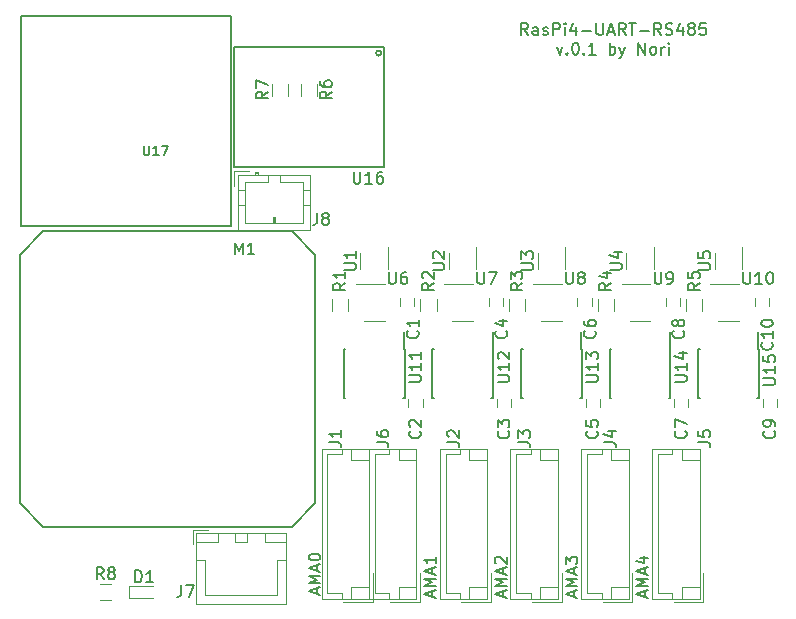
<source format=gto>
G04 #@! TF.GenerationSoftware,KiCad,Pcbnew,(5.1.8)-1*
G04 #@! TF.CreationDate,2020-12-29T14:13:16+09:00*
G04 #@! TF.ProjectId,RasPi4-UART-RS485,52617350-6934-42d5-9541-52542d525334,rev?*
G04 #@! TF.SameCoordinates,Original*
G04 #@! TF.FileFunction,Legend,Top*
G04 #@! TF.FilePolarity,Positive*
%FSLAX46Y46*%
G04 Gerber Fmt 4.6, Leading zero omitted, Abs format (unit mm)*
G04 Created by KiCad (PCBNEW (5.1.8)-1) date 2020-12-29 14:13:16*
%MOMM*%
%LPD*%
G01*
G04 APERTURE LIST*
%ADD10C,0.150000*%
%ADD11C,0.120000*%
G04 APERTURE END LIST*
D10*
X243011904Y-101877380D02*
X242678571Y-101401190D01*
X242440476Y-101877380D02*
X242440476Y-100877380D01*
X242821428Y-100877380D01*
X242916666Y-100925000D01*
X242964285Y-100972619D01*
X243011904Y-101067857D01*
X243011904Y-101210714D01*
X242964285Y-101305952D01*
X242916666Y-101353571D01*
X242821428Y-101401190D01*
X242440476Y-101401190D01*
X243869047Y-101877380D02*
X243869047Y-101353571D01*
X243821428Y-101258333D01*
X243726190Y-101210714D01*
X243535714Y-101210714D01*
X243440476Y-101258333D01*
X243869047Y-101829761D02*
X243773809Y-101877380D01*
X243535714Y-101877380D01*
X243440476Y-101829761D01*
X243392857Y-101734523D01*
X243392857Y-101639285D01*
X243440476Y-101544047D01*
X243535714Y-101496428D01*
X243773809Y-101496428D01*
X243869047Y-101448809D01*
X244297619Y-101829761D02*
X244392857Y-101877380D01*
X244583333Y-101877380D01*
X244678571Y-101829761D01*
X244726190Y-101734523D01*
X244726190Y-101686904D01*
X244678571Y-101591666D01*
X244583333Y-101544047D01*
X244440476Y-101544047D01*
X244345238Y-101496428D01*
X244297619Y-101401190D01*
X244297619Y-101353571D01*
X244345238Y-101258333D01*
X244440476Y-101210714D01*
X244583333Y-101210714D01*
X244678571Y-101258333D01*
X245154761Y-101877380D02*
X245154761Y-100877380D01*
X245535714Y-100877380D01*
X245630952Y-100925000D01*
X245678571Y-100972619D01*
X245726190Y-101067857D01*
X245726190Y-101210714D01*
X245678571Y-101305952D01*
X245630952Y-101353571D01*
X245535714Y-101401190D01*
X245154761Y-101401190D01*
X246154761Y-101877380D02*
X246154761Y-101210714D01*
X246154761Y-100877380D02*
X246107142Y-100925000D01*
X246154761Y-100972619D01*
X246202380Y-100925000D01*
X246154761Y-100877380D01*
X246154761Y-100972619D01*
X247059523Y-101210714D02*
X247059523Y-101877380D01*
X246821428Y-100829761D02*
X246583333Y-101544047D01*
X247202380Y-101544047D01*
X247583333Y-101496428D02*
X248345238Y-101496428D01*
X248821428Y-100877380D02*
X248821428Y-101686904D01*
X248869047Y-101782142D01*
X248916666Y-101829761D01*
X249011904Y-101877380D01*
X249202380Y-101877380D01*
X249297619Y-101829761D01*
X249345238Y-101782142D01*
X249392857Y-101686904D01*
X249392857Y-100877380D01*
X249821428Y-101591666D02*
X250297619Y-101591666D01*
X249726190Y-101877380D02*
X250059523Y-100877380D01*
X250392857Y-101877380D01*
X251297619Y-101877380D02*
X250964285Y-101401190D01*
X250726190Y-101877380D02*
X250726190Y-100877380D01*
X251107142Y-100877380D01*
X251202380Y-100925000D01*
X251250000Y-100972619D01*
X251297619Y-101067857D01*
X251297619Y-101210714D01*
X251250000Y-101305952D01*
X251202380Y-101353571D01*
X251107142Y-101401190D01*
X250726190Y-101401190D01*
X251583333Y-100877380D02*
X252154761Y-100877380D01*
X251869047Y-101877380D02*
X251869047Y-100877380D01*
X252488095Y-101496428D02*
X253250000Y-101496428D01*
X254297619Y-101877380D02*
X253964285Y-101401190D01*
X253726190Y-101877380D02*
X253726190Y-100877380D01*
X254107142Y-100877380D01*
X254202380Y-100925000D01*
X254250000Y-100972619D01*
X254297619Y-101067857D01*
X254297619Y-101210714D01*
X254250000Y-101305952D01*
X254202380Y-101353571D01*
X254107142Y-101401190D01*
X253726190Y-101401190D01*
X254678571Y-101829761D02*
X254821428Y-101877380D01*
X255059523Y-101877380D01*
X255154761Y-101829761D01*
X255202380Y-101782142D01*
X255250000Y-101686904D01*
X255250000Y-101591666D01*
X255202380Y-101496428D01*
X255154761Y-101448809D01*
X255059523Y-101401190D01*
X254869047Y-101353571D01*
X254773809Y-101305952D01*
X254726190Y-101258333D01*
X254678571Y-101163095D01*
X254678571Y-101067857D01*
X254726190Y-100972619D01*
X254773809Y-100925000D01*
X254869047Y-100877380D01*
X255107142Y-100877380D01*
X255250000Y-100925000D01*
X256107142Y-101210714D02*
X256107142Y-101877380D01*
X255869047Y-100829761D02*
X255630952Y-101544047D01*
X256250000Y-101544047D01*
X256773809Y-101305952D02*
X256678571Y-101258333D01*
X256630952Y-101210714D01*
X256583333Y-101115476D01*
X256583333Y-101067857D01*
X256630952Y-100972619D01*
X256678571Y-100925000D01*
X256773809Y-100877380D01*
X256964285Y-100877380D01*
X257059523Y-100925000D01*
X257107142Y-100972619D01*
X257154761Y-101067857D01*
X257154761Y-101115476D01*
X257107142Y-101210714D01*
X257059523Y-101258333D01*
X256964285Y-101305952D01*
X256773809Y-101305952D01*
X256678571Y-101353571D01*
X256630952Y-101401190D01*
X256583333Y-101496428D01*
X256583333Y-101686904D01*
X256630952Y-101782142D01*
X256678571Y-101829761D01*
X256773809Y-101877380D01*
X256964285Y-101877380D01*
X257059523Y-101829761D01*
X257107142Y-101782142D01*
X257154761Y-101686904D01*
X257154761Y-101496428D01*
X257107142Y-101401190D01*
X257059523Y-101353571D01*
X256964285Y-101305952D01*
X258059523Y-100877380D02*
X257583333Y-100877380D01*
X257535714Y-101353571D01*
X257583333Y-101305952D01*
X257678571Y-101258333D01*
X257916666Y-101258333D01*
X258011904Y-101305952D01*
X258059523Y-101353571D01*
X258107142Y-101448809D01*
X258107142Y-101686904D01*
X258059523Y-101782142D01*
X258011904Y-101829761D01*
X257916666Y-101877380D01*
X257678571Y-101877380D01*
X257583333Y-101829761D01*
X257535714Y-101782142D01*
X245464285Y-102860714D02*
X245702380Y-103527380D01*
X245940476Y-102860714D01*
X246321428Y-103432142D02*
X246369047Y-103479761D01*
X246321428Y-103527380D01*
X246273809Y-103479761D01*
X246321428Y-103432142D01*
X246321428Y-103527380D01*
X246988095Y-102527380D02*
X247083333Y-102527380D01*
X247178571Y-102575000D01*
X247226190Y-102622619D01*
X247273809Y-102717857D01*
X247321428Y-102908333D01*
X247321428Y-103146428D01*
X247273809Y-103336904D01*
X247226190Y-103432142D01*
X247178571Y-103479761D01*
X247083333Y-103527380D01*
X246988095Y-103527380D01*
X246892857Y-103479761D01*
X246845238Y-103432142D01*
X246797619Y-103336904D01*
X246750000Y-103146428D01*
X246750000Y-102908333D01*
X246797619Y-102717857D01*
X246845238Y-102622619D01*
X246892857Y-102575000D01*
X246988095Y-102527380D01*
X247750000Y-103432142D02*
X247797619Y-103479761D01*
X247750000Y-103527380D01*
X247702380Y-103479761D01*
X247750000Y-103432142D01*
X247750000Y-103527380D01*
X248750000Y-103527380D02*
X248178571Y-103527380D01*
X248464285Y-103527380D02*
X248464285Y-102527380D01*
X248369047Y-102670238D01*
X248273809Y-102765476D01*
X248178571Y-102813095D01*
X249940476Y-103527380D02*
X249940476Y-102527380D01*
X249940476Y-102908333D02*
X250035714Y-102860714D01*
X250226190Y-102860714D01*
X250321428Y-102908333D01*
X250369047Y-102955952D01*
X250416666Y-103051190D01*
X250416666Y-103336904D01*
X250369047Y-103432142D01*
X250321428Y-103479761D01*
X250226190Y-103527380D01*
X250035714Y-103527380D01*
X249940476Y-103479761D01*
X250750000Y-102860714D02*
X250988095Y-103527380D01*
X251226190Y-102860714D02*
X250988095Y-103527380D01*
X250892857Y-103765476D01*
X250845238Y-103813095D01*
X250750000Y-103860714D01*
X252369047Y-103527380D02*
X252369047Y-102527380D01*
X252940476Y-103527380D01*
X252940476Y-102527380D01*
X253559523Y-103527380D02*
X253464285Y-103479761D01*
X253416666Y-103432142D01*
X253369047Y-103336904D01*
X253369047Y-103051190D01*
X253416666Y-102955952D01*
X253464285Y-102908333D01*
X253559523Y-102860714D01*
X253702380Y-102860714D01*
X253797619Y-102908333D01*
X253845238Y-102955952D01*
X253892857Y-103051190D01*
X253892857Y-103336904D01*
X253845238Y-103432142D01*
X253797619Y-103479761D01*
X253702380Y-103527380D01*
X253559523Y-103527380D01*
X254321428Y-103527380D02*
X254321428Y-102860714D01*
X254321428Y-103051190D02*
X254369047Y-102955952D01*
X254416666Y-102908333D01*
X254511904Y-102860714D01*
X254607142Y-102860714D01*
X254940476Y-103527380D02*
X254940476Y-102860714D01*
X254940476Y-102527380D02*
X254892857Y-102575000D01*
X254940476Y-102622619D01*
X254988095Y-102575000D01*
X254940476Y-102527380D01*
X254940476Y-102622619D01*
X225166666Y-149214285D02*
X225166666Y-148738095D01*
X225452380Y-149309523D02*
X224452380Y-148976190D01*
X225452380Y-148642857D01*
X225452380Y-148309523D02*
X224452380Y-148309523D01*
X225166666Y-147976190D01*
X224452380Y-147642857D01*
X225452380Y-147642857D01*
X225166666Y-147214285D02*
X225166666Y-146738095D01*
X225452380Y-147309523D02*
X224452380Y-146976190D01*
X225452380Y-146642857D01*
X224452380Y-146119047D02*
X224452380Y-146023809D01*
X224500000Y-145928571D01*
X224547619Y-145880952D01*
X224642857Y-145833333D01*
X224833333Y-145785714D01*
X225071428Y-145785714D01*
X225261904Y-145833333D01*
X225357142Y-145880952D01*
X225404761Y-145928571D01*
X225452380Y-146023809D01*
X225452380Y-146119047D01*
X225404761Y-146214285D01*
X225357142Y-146261904D01*
X225261904Y-146309523D01*
X225071428Y-146357142D01*
X224833333Y-146357142D01*
X224642857Y-146309523D01*
X224547619Y-146261904D01*
X224500000Y-146214285D01*
X224452380Y-146119047D01*
X234916666Y-149464285D02*
X234916666Y-148988095D01*
X235202380Y-149559523D02*
X234202380Y-149226190D01*
X235202380Y-148892857D01*
X235202380Y-148559523D02*
X234202380Y-148559523D01*
X234916666Y-148226190D01*
X234202380Y-147892857D01*
X235202380Y-147892857D01*
X234916666Y-147464285D02*
X234916666Y-146988095D01*
X235202380Y-147559523D02*
X234202380Y-147226190D01*
X235202380Y-146892857D01*
X235202380Y-146035714D02*
X235202380Y-146607142D01*
X235202380Y-146321428D02*
X234202380Y-146321428D01*
X234345238Y-146416666D01*
X234440476Y-146511904D01*
X234488095Y-146607142D01*
X240916666Y-149464285D02*
X240916666Y-148988095D01*
X241202380Y-149559523D02*
X240202380Y-149226190D01*
X241202380Y-148892857D01*
X241202380Y-148559523D02*
X240202380Y-148559523D01*
X240916666Y-148226190D01*
X240202380Y-147892857D01*
X241202380Y-147892857D01*
X240916666Y-147464285D02*
X240916666Y-146988095D01*
X241202380Y-147559523D02*
X240202380Y-147226190D01*
X241202380Y-146892857D01*
X240297619Y-146607142D02*
X240250000Y-146559523D01*
X240202380Y-146464285D01*
X240202380Y-146226190D01*
X240250000Y-146130952D01*
X240297619Y-146083333D01*
X240392857Y-146035714D01*
X240488095Y-146035714D01*
X240630952Y-146083333D01*
X241202380Y-146654761D01*
X241202380Y-146035714D01*
X246916666Y-149464285D02*
X246916666Y-148988095D01*
X247202380Y-149559523D02*
X246202380Y-149226190D01*
X247202380Y-148892857D01*
X247202380Y-148559523D02*
X246202380Y-148559523D01*
X246916666Y-148226190D01*
X246202380Y-147892857D01*
X247202380Y-147892857D01*
X246916666Y-147464285D02*
X246916666Y-146988095D01*
X247202380Y-147559523D02*
X246202380Y-147226190D01*
X247202380Y-146892857D01*
X246202380Y-146654761D02*
X246202380Y-146035714D01*
X246583333Y-146369047D01*
X246583333Y-146226190D01*
X246630952Y-146130952D01*
X246678571Y-146083333D01*
X246773809Y-146035714D01*
X247011904Y-146035714D01*
X247107142Y-146083333D01*
X247154761Y-146130952D01*
X247202380Y-146226190D01*
X247202380Y-146511904D01*
X247154761Y-146607142D01*
X247107142Y-146654761D01*
X252916666Y-149464285D02*
X252916666Y-148988095D01*
X253202380Y-149559523D02*
X252202380Y-149226190D01*
X253202380Y-148892857D01*
X253202380Y-148559523D02*
X252202380Y-148559523D01*
X252916666Y-148226190D01*
X252202380Y-147892857D01*
X253202380Y-147892857D01*
X252916666Y-147464285D02*
X252916666Y-146988095D01*
X253202380Y-147559523D02*
X252202380Y-147226190D01*
X253202380Y-146892857D01*
X252535714Y-146130952D02*
X253202380Y-146130952D01*
X252154761Y-146369047D02*
X252869047Y-146607142D01*
X252869047Y-145988095D01*
X202000000Y-118500000D02*
X200000000Y-120500000D01*
X223000000Y-118500000D02*
X225000000Y-120500000D01*
X223000000Y-143500000D02*
X225000000Y-141500000D01*
X202000000Y-143500000D02*
X200000000Y-141500000D01*
X225000000Y-120500000D02*
X225000000Y-141500000D01*
X202000000Y-118500000D02*
X223000000Y-118500000D01*
X200000000Y-141500000D02*
X200000000Y-120500000D01*
X202000000Y-143500000D02*
X223000000Y-143500000D01*
X262525000Y-128425000D02*
X262525000Y-127025000D01*
X257425000Y-128425000D02*
X257425000Y-132575000D01*
X262575000Y-128425000D02*
X262575000Y-132575000D01*
X257425000Y-128425000D02*
X257570000Y-128425000D01*
X257425000Y-132575000D02*
X257570000Y-132575000D01*
X262575000Y-132575000D02*
X262430000Y-132575000D01*
X262575000Y-128425000D02*
X262525000Y-128425000D01*
X255025000Y-128425000D02*
X255025000Y-127025000D01*
X249925000Y-128425000D02*
X249925000Y-132575000D01*
X255075000Y-128425000D02*
X255075000Y-132575000D01*
X249925000Y-128425000D02*
X250070000Y-128425000D01*
X249925000Y-132575000D02*
X250070000Y-132575000D01*
X255075000Y-132575000D02*
X254930000Y-132575000D01*
X255075000Y-128425000D02*
X255025000Y-128425000D01*
X247525000Y-128425000D02*
X247525000Y-127025000D01*
X242425000Y-128425000D02*
X242425000Y-132575000D01*
X247575000Y-128425000D02*
X247575000Y-132575000D01*
X242425000Y-128425000D02*
X242570000Y-128425000D01*
X242425000Y-132575000D02*
X242570000Y-132575000D01*
X247575000Y-132575000D02*
X247430000Y-132575000D01*
X247575000Y-128425000D02*
X247525000Y-128425000D01*
X240025000Y-128425000D02*
X240025000Y-127025000D01*
X234925000Y-128425000D02*
X234925000Y-132575000D01*
X240075000Y-128425000D02*
X240075000Y-132575000D01*
X234925000Y-128425000D02*
X235070000Y-128425000D01*
X234925000Y-132575000D02*
X235070000Y-132575000D01*
X240075000Y-132575000D02*
X239930000Y-132575000D01*
X240075000Y-128425000D02*
X240025000Y-128425000D01*
X232525000Y-128425000D02*
X232525000Y-127025000D01*
X227425000Y-128425000D02*
X227425000Y-132575000D01*
X232575000Y-128425000D02*
X232575000Y-132575000D01*
X227425000Y-128425000D02*
X227570000Y-128425000D01*
X227425000Y-132575000D02*
X227570000Y-132575000D01*
X232575000Y-132575000D02*
X232430000Y-132575000D01*
X232575000Y-128425000D02*
X232525000Y-128425000D01*
X230850000Y-102920000D02*
X218150000Y-102920000D01*
X218150000Y-102920000D02*
X218150000Y-113080000D01*
X218150000Y-113080000D02*
X230850000Y-113080000D01*
X230850000Y-113080000D02*
X230850000Y-102920000D01*
X230623607Y-103400000D02*
G75*
G03*
X230623607Y-103400000I-223607J0D01*
G01*
D11*
X218440000Y-113690000D02*
X218440000Y-118410000D01*
X218440000Y-118410000D02*
X224560000Y-118410000D01*
X224560000Y-118410000D02*
X224560000Y-113690000D01*
X224560000Y-113690000D02*
X218440000Y-113690000D01*
X220200000Y-113690000D02*
X220200000Y-113490000D01*
X220200000Y-113490000D02*
X219900000Y-113490000D01*
X219900000Y-113490000D02*
X219900000Y-113690000D01*
X220200000Y-113590000D02*
X219900000Y-113590000D01*
X221000000Y-113690000D02*
X221000000Y-114300000D01*
X221000000Y-114300000D02*
X219050000Y-114300000D01*
X219050000Y-114300000D02*
X219050000Y-117800000D01*
X219050000Y-117800000D02*
X223950000Y-117800000D01*
X223950000Y-117800000D02*
X223950000Y-114300000D01*
X223950000Y-114300000D02*
X222000000Y-114300000D01*
X222000000Y-114300000D02*
X222000000Y-113690000D01*
X218440000Y-115000000D02*
X219050000Y-115000000D01*
X218440000Y-116300000D02*
X219050000Y-116300000D01*
X224560000Y-115000000D02*
X223950000Y-115000000D01*
X224560000Y-116300000D02*
X223950000Y-116300000D01*
X221400000Y-117800000D02*
X221400000Y-117300000D01*
X221400000Y-117300000D02*
X221600000Y-117300000D01*
X221600000Y-117300000D02*
X221600000Y-117800000D01*
X221500000Y-117800000D02*
X221500000Y-117300000D01*
X219390000Y-113390000D02*
X218140000Y-113390000D01*
X218140000Y-113390000D02*
X218140000Y-114640000D01*
D10*
X217850000Y-118020000D02*
X217850000Y-100240000D01*
X217850000Y-118020000D02*
X200070000Y-118020000D01*
X200070000Y-118020000D02*
X200070000Y-100240000D01*
X200070000Y-100240000D02*
X217850000Y-100240000D01*
D11*
X260880000Y-122990000D02*
X258450000Y-122990000D01*
X259120000Y-126060000D02*
X260880000Y-126060000D01*
X253380000Y-122990000D02*
X250950000Y-122990000D01*
X251620000Y-126060000D02*
X253380000Y-126060000D01*
X245880000Y-122990000D02*
X243450000Y-122990000D01*
X244120000Y-126060000D02*
X245880000Y-126060000D01*
X238380000Y-122990000D02*
X235950000Y-122990000D01*
X236620000Y-126060000D02*
X238380000Y-126060000D01*
X230880000Y-122990000D02*
X228450000Y-122990000D01*
X229120000Y-126060000D02*
X230880000Y-126060000D01*
X258840000Y-120300000D02*
X258840000Y-121700000D01*
X261160000Y-121700000D02*
X261160000Y-119800000D01*
X251340000Y-120300000D02*
X251340000Y-121700000D01*
X253660000Y-121700000D02*
X253660000Y-119800000D01*
X243840000Y-120300000D02*
X243840000Y-121700000D01*
X246160000Y-121700000D02*
X246160000Y-119800000D01*
X236340000Y-120300000D02*
X236340000Y-121700000D01*
X238660000Y-121700000D02*
X238660000Y-119800000D01*
X228840000Y-120300000D02*
X228840000Y-121700000D01*
X231160000Y-121700000D02*
X231160000Y-119800000D01*
X207750000Y-149680000D02*
X206750000Y-149680000D01*
X206750000Y-148320000D02*
X207750000Y-148320000D01*
X221320000Y-107000000D02*
X221320000Y-106000000D01*
X222680000Y-106000000D02*
X222680000Y-107000000D01*
X225180000Y-106000000D02*
X225180000Y-107000000D01*
X223820000Y-107000000D02*
X223820000Y-106000000D01*
X256420000Y-125200000D02*
X256420000Y-124200000D01*
X257780000Y-124200000D02*
X257780000Y-125200000D01*
X248920000Y-125200000D02*
X248920000Y-124200000D01*
X250280000Y-124200000D02*
X250280000Y-125200000D01*
X241420000Y-125200000D02*
X241420000Y-124200000D01*
X242780000Y-124200000D02*
X242780000Y-125200000D01*
X233920000Y-125200000D02*
X233920000Y-124200000D01*
X235280000Y-124200000D02*
X235280000Y-125200000D01*
X226420000Y-125200000D02*
X226420000Y-124200000D01*
X227780000Y-124200000D02*
X227780000Y-125200000D01*
X229540000Y-149610000D02*
X233560000Y-149610000D01*
X233560000Y-149610000D02*
X233560000Y-136890000D01*
X233560000Y-136890000D02*
X229540000Y-136890000D01*
X229540000Y-136890000D02*
X229540000Y-149610000D01*
X231250000Y-149610000D02*
X231250000Y-149110000D01*
X231250000Y-149110000D02*
X230040000Y-149110000D01*
X230040000Y-149110000D02*
X230040000Y-137390000D01*
X230040000Y-137390000D02*
X231250000Y-137390000D01*
X231250000Y-137390000D02*
X231250000Y-136890000D01*
X232060000Y-149610000D02*
X232060000Y-148610000D01*
X232060000Y-148610000D02*
X233560000Y-148610000D01*
X232060000Y-136890000D02*
X232060000Y-137890000D01*
X232060000Y-137890000D02*
X233560000Y-137890000D01*
X231360000Y-149910000D02*
X233860000Y-149910000D01*
X233860000Y-149910000D02*
X233860000Y-147410000D01*
X253540000Y-149610000D02*
X257560000Y-149610000D01*
X257560000Y-149610000D02*
X257560000Y-136890000D01*
X257560000Y-136890000D02*
X253540000Y-136890000D01*
X253540000Y-136890000D02*
X253540000Y-149610000D01*
X255250000Y-149610000D02*
X255250000Y-149110000D01*
X255250000Y-149110000D02*
X254040000Y-149110000D01*
X254040000Y-149110000D02*
X254040000Y-137390000D01*
X254040000Y-137390000D02*
X255250000Y-137390000D01*
X255250000Y-137390000D02*
X255250000Y-136890000D01*
X256060000Y-149610000D02*
X256060000Y-148610000D01*
X256060000Y-148610000D02*
X257560000Y-148610000D01*
X256060000Y-136890000D02*
X256060000Y-137890000D01*
X256060000Y-137890000D02*
X257560000Y-137890000D01*
X255360000Y-149910000D02*
X257860000Y-149910000D01*
X257860000Y-149910000D02*
X257860000Y-147410000D01*
X247540000Y-149610000D02*
X251560000Y-149610000D01*
X251560000Y-149610000D02*
X251560000Y-136890000D01*
X251560000Y-136890000D02*
X247540000Y-136890000D01*
X247540000Y-136890000D02*
X247540000Y-149610000D01*
X249250000Y-149610000D02*
X249250000Y-149110000D01*
X249250000Y-149110000D02*
X248040000Y-149110000D01*
X248040000Y-149110000D02*
X248040000Y-137390000D01*
X248040000Y-137390000D02*
X249250000Y-137390000D01*
X249250000Y-137390000D02*
X249250000Y-136890000D01*
X250060000Y-149610000D02*
X250060000Y-148610000D01*
X250060000Y-148610000D02*
X251560000Y-148610000D01*
X250060000Y-136890000D02*
X250060000Y-137890000D01*
X250060000Y-137890000D02*
X251560000Y-137890000D01*
X249360000Y-149910000D02*
X251860000Y-149910000D01*
X251860000Y-149910000D02*
X251860000Y-147410000D01*
X241540000Y-149610000D02*
X245560000Y-149610000D01*
X245560000Y-149610000D02*
X245560000Y-136890000D01*
X245560000Y-136890000D02*
X241540000Y-136890000D01*
X241540000Y-136890000D02*
X241540000Y-149610000D01*
X243250000Y-149610000D02*
X243250000Y-149110000D01*
X243250000Y-149110000D02*
X242040000Y-149110000D01*
X242040000Y-149110000D02*
X242040000Y-137390000D01*
X242040000Y-137390000D02*
X243250000Y-137390000D01*
X243250000Y-137390000D02*
X243250000Y-136890000D01*
X244060000Y-149610000D02*
X244060000Y-148610000D01*
X244060000Y-148610000D02*
X245560000Y-148610000D01*
X244060000Y-136890000D02*
X244060000Y-137890000D01*
X244060000Y-137890000D02*
X245560000Y-137890000D01*
X243360000Y-149910000D02*
X245860000Y-149910000D01*
X245860000Y-149910000D02*
X245860000Y-147410000D01*
X235540000Y-149610000D02*
X239560000Y-149610000D01*
X239560000Y-149610000D02*
X239560000Y-136890000D01*
X239560000Y-136890000D02*
X235540000Y-136890000D01*
X235540000Y-136890000D02*
X235540000Y-149610000D01*
X237250000Y-149610000D02*
X237250000Y-149110000D01*
X237250000Y-149110000D02*
X236040000Y-149110000D01*
X236040000Y-149110000D02*
X236040000Y-137390000D01*
X236040000Y-137390000D02*
X237250000Y-137390000D01*
X237250000Y-137390000D02*
X237250000Y-136890000D01*
X238060000Y-149610000D02*
X238060000Y-148610000D01*
X238060000Y-148610000D02*
X239560000Y-148610000D01*
X238060000Y-136890000D02*
X238060000Y-137890000D01*
X238060000Y-137890000D02*
X239560000Y-137890000D01*
X237360000Y-149910000D02*
X239860000Y-149910000D01*
X239860000Y-149910000D02*
X239860000Y-147410000D01*
X225540000Y-149610000D02*
X229560000Y-149610000D01*
X229560000Y-149610000D02*
X229560000Y-136890000D01*
X229560000Y-136890000D02*
X225540000Y-136890000D01*
X225540000Y-136890000D02*
X225540000Y-149610000D01*
X227250000Y-149610000D02*
X227250000Y-149110000D01*
X227250000Y-149110000D02*
X226040000Y-149110000D01*
X226040000Y-149110000D02*
X226040000Y-137390000D01*
X226040000Y-137390000D02*
X227250000Y-137390000D01*
X227250000Y-137390000D02*
X227250000Y-136890000D01*
X228060000Y-149610000D02*
X228060000Y-148610000D01*
X228060000Y-148610000D02*
X229560000Y-148610000D01*
X228060000Y-136890000D02*
X228060000Y-137890000D01*
X228060000Y-137890000D02*
X229560000Y-137890000D01*
X227360000Y-149910000D02*
X229860000Y-149910000D01*
X229860000Y-149910000D02*
X229860000Y-147410000D01*
X209200000Y-148500000D02*
X211300000Y-148500000D01*
X209200000Y-149500000D02*
X211300000Y-149500000D01*
X209200000Y-148500000D02*
X209200000Y-149500000D01*
X262200000Y-124850000D02*
X262200000Y-124150000D01*
X263400000Y-124150000D02*
X263400000Y-124850000D01*
X262900000Y-133350000D02*
X262900000Y-132650000D01*
X264100000Y-132650000D02*
X264100000Y-133350000D01*
X254700000Y-124850000D02*
X254700000Y-124150000D01*
X255900000Y-124150000D02*
X255900000Y-124850000D01*
X255400000Y-133350000D02*
X255400000Y-132650000D01*
X256600000Y-132650000D02*
X256600000Y-133350000D01*
X247200000Y-124850000D02*
X247200000Y-124150000D01*
X248400000Y-124150000D02*
X248400000Y-124850000D01*
X247900000Y-133350000D02*
X247900000Y-132650000D01*
X249100000Y-132650000D02*
X249100000Y-133350000D01*
X239700000Y-124850000D02*
X239700000Y-124150000D01*
X240900000Y-124150000D02*
X240900000Y-124850000D01*
X240400000Y-133350000D02*
X240400000Y-132650000D01*
X241600000Y-132650000D02*
X241600000Y-133350000D01*
X232900000Y-133350000D02*
X232900000Y-132650000D01*
X234100000Y-132650000D02*
X234100000Y-133350000D01*
X232200000Y-124850000D02*
X232200000Y-124150000D01*
X233400000Y-124150000D02*
X233400000Y-124850000D01*
X214650000Y-143750000D02*
X214650000Y-145000000D01*
X215900000Y-143750000D02*
X214650000Y-143750000D01*
X221800000Y-149250000D02*
X218750000Y-149250000D01*
X221800000Y-146300000D02*
X221800000Y-149250000D01*
X222550000Y-146300000D02*
X221800000Y-146300000D01*
X215700000Y-149250000D02*
X218750000Y-149250000D01*
X215700000Y-146300000D02*
X215700000Y-149250000D01*
X214950000Y-146300000D02*
X215700000Y-146300000D01*
X222550000Y-144050000D02*
X220750000Y-144050000D01*
X222550000Y-144800000D02*
X222550000Y-144050000D01*
X220750000Y-144800000D02*
X222550000Y-144800000D01*
X220750000Y-144050000D02*
X220750000Y-144800000D01*
X216750000Y-144050000D02*
X214950000Y-144050000D01*
X216750000Y-144800000D02*
X216750000Y-144050000D01*
X214950000Y-144800000D02*
X216750000Y-144800000D01*
X214950000Y-144050000D02*
X214950000Y-144800000D01*
X219250000Y-144050000D02*
X218250000Y-144050000D01*
X219250000Y-144800000D02*
X219250000Y-144050000D01*
X218250000Y-144800000D02*
X219250000Y-144800000D01*
X218250000Y-144050000D02*
X218250000Y-144800000D01*
X222560000Y-144040000D02*
X214940000Y-144040000D01*
X222560000Y-150010000D02*
X222560000Y-144040000D01*
X214940000Y-150010000D02*
X222560000Y-150010000D01*
X214940000Y-144040000D02*
X214940000Y-150010000D01*
D10*
X262952380Y-131488095D02*
X263761904Y-131488095D01*
X263857142Y-131440476D01*
X263904761Y-131392857D01*
X263952380Y-131297619D01*
X263952380Y-131107142D01*
X263904761Y-131011904D01*
X263857142Y-130964285D01*
X263761904Y-130916666D01*
X262952380Y-130916666D01*
X263952380Y-129916666D02*
X263952380Y-130488095D01*
X263952380Y-130202380D02*
X262952380Y-130202380D01*
X263095238Y-130297619D01*
X263190476Y-130392857D01*
X263238095Y-130488095D01*
X262952380Y-129011904D02*
X262952380Y-129488095D01*
X263428571Y-129535714D01*
X263380952Y-129488095D01*
X263333333Y-129392857D01*
X263333333Y-129154761D01*
X263380952Y-129059523D01*
X263428571Y-129011904D01*
X263523809Y-128964285D01*
X263761904Y-128964285D01*
X263857142Y-129011904D01*
X263904761Y-129059523D01*
X263952380Y-129154761D01*
X263952380Y-129392857D01*
X263904761Y-129488095D01*
X263857142Y-129535714D01*
X255452380Y-131238095D02*
X256261904Y-131238095D01*
X256357142Y-131190476D01*
X256404761Y-131142857D01*
X256452380Y-131047619D01*
X256452380Y-130857142D01*
X256404761Y-130761904D01*
X256357142Y-130714285D01*
X256261904Y-130666666D01*
X255452380Y-130666666D01*
X256452380Y-129666666D02*
X256452380Y-130238095D01*
X256452380Y-129952380D02*
X255452380Y-129952380D01*
X255595238Y-130047619D01*
X255690476Y-130142857D01*
X255738095Y-130238095D01*
X255785714Y-128809523D02*
X256452380Y-128809523D01*
X255404761Y-129047619D02*
X256119047Y-129285714D01*
X256119047Y-128666666D01*
X247952380Y-131238095D02*
X248761904Y-131238095D01*
X248857142Y-131190476D01*
X248904761Y-131142857D01*
X248952380Y-131047619D01*
X248952380Y-130857142D01*
X248904761Y-130761904D01*
X248857142Y-130714285D01*
X248761904Y-130666666D01*
X247952380Y-130666666D01*
X248952380Y-129666666D02*
X248952380Y-130238095D01*
X248952380Y-129952380D02*
X247952380Y-129952380D01*
X248095238Y-130047619D01*
X248190476Y-130142857D01*
X248238095Y-130238095D01*
X247952380Y-129333333D02*
X247952380Y-128714285D01*
X248333333Y-129047619D01*
X248333333Y-128904761D01*
X248380952Y-128809523D01*
X248428571Y-128761904D01*
X248523809Y-128714285D01*
X248761904Y-128714285D01*
X248857142Y-128761904D01*
X248904761Y-128809523D01*
X248952380Y-128904761D01*
X248952380Y-129190476D01*
X248904761Y-129285714D01*
X248857142Y-129333333D01*
X240452380Y-131238095D02*
X241261904Y-131238095D01*
X241357142Y-131190476D01*
X241404761Y-131142857D01*
X241452380Y-131047619D01*
X241452380Y-130857142D01*
X241404761Y-130761904D01*
X241357142Y-130714285D01*
X241261904Y-130666666D01*
X240452380Y-130666666D01*
X241452380Y-129666666D02*
X241452380Y-130238095D01*
X241452380Y-129952380D02*
X240452380Y-129952380D01*
X240595238Y-130047619D01*
X240690476Y-130142857D01*
X240738095Y-130238095D01*
X240547619Y-129285714D02*
X240500000Y-129238095D01*
X240452380Y-129142857D01*
X240452380Y-128904761D01*
X240500000Y-128809523D01*
X240547619Y-128761904D01*
X240642857Y-128714285D01*
X240738095Y-128714285D01*
X240880952Y-128761904D01*
X241452380Y-129333333D01*
X241452380Y-128714285D01*
X232952380Y-131238095D02*
X233761904Y-131238095D01*
X233857142Y-131190476D01*
X233904761Y-131142857D01*
X233952380Y-131047619D01*
X233952380Y-130857142D01*
X233904761Y-130761904D01*
X233857142Y-130714285D01*
X233761904Y-130666666D01*
X232952380Y-130666666D01*
X233952380Y-129666666D02*
X233952380Y-130238095D01*
X233952380Y-129952380D02*
X232952380Y-129952380D01*
X233095238Y-130047619D01*
X233190476Y-130142857D01*
X233238095Y-130238095D01*
X233952380Y-128714285D02*
X233952380Y-129285714D01*
X233952380Y-129000000D02*
X232952380Y-129000000D01*
X233095238Y-129095238D01*
X233190476Y-129190476D01*
X233238095Y-129285714D01*
X218190476Y-120452380D02*
X218190476Y-119452380D01*
X218523809Y-120166666D01*
X218857142Y-119452380D01*
X218857142Y-120452380D01*
X219857142Y-120452380D02*
X219285714Y-120452380D01*
X219571428Y-120452380D02*
X219571428Y-119452380D01*
X219476190Y-119595238D01*
X219380952Y-119690476D01*
X219285714Y-119738095D01*
X228261904Y-113452380D02*
X228261904Y-114261904D01*
X228309523Y-114357142D01*
X228357142Y-114404761D01*
X228452380Y-114452380D01*
X228642857Y-114452380D01*
X228738095Y-114404761D01*
X228785714Y-114357142D01*
X228833333Y-114261904D01*
X228833333Y-113452380D01*
X229833333Y-114452380D02*
X229261904Y-114452380D01*
X229547619Y-114452380D02*
X229547619Y-113452380D01*
X229452380Y-113595238D01*
X229357142Y-113690476D01*
X229261904Y-113738095D01*
X230690476Y-113452380D02*
X230500000Y-113452380D01*
X230404761Y-113500000D01*
X230357142Y-113547619D01*
X230261904Y-113690476D01*
X230214285Y-113880952D01*
X230214285Y-114261904D01*
X230261904Y-114357142D01*
X230309523Y-114404761D01*
X230404761Y-114452380D01*
X230595238Y-114452380D01*
X230690476Y-114404761D01*
X230738095Y-114357142D01*
X230785714Y-114261904D01*
X230785714Y-114023809D01*
X230738095Y-113928571D01*
X230690476Y-113880952D01*
X230595238Y-113833333D01*
X230404761Y-113833333D01*
X230309523Y-113880952D01*
X230261904Y-113928571D01*
X230214285Y-114023809D01*
X225166666Y-116952380D02*
X225166666Y-117666666D01*
X225119047Y-117809523D01*
X225023809Y-117904761D01*
X224880952Y-117952380D01*
X224785714Y-117952380D01*
X225785714Y-117380952D02*
X225690476Y-117333333D01*
X225642857Y-117285714D01*
X225595238Y-117190476D01*
X225595238Y-117142857D01*
X225642857Y-117047619D01*
X225690476Y-117000000D01*
X225785714Y-116952380D01*
X225976190Y-116952380D01*
X226071428Y-117000000D01*
X226119047Y-117047619D01*
X226166666Y-117142857D01*
X226166666Y-117190476D01*
X226119047Y-117285714D01*
X226071428Y-117333333D01*
X225976190Y-117380952D01*
X225785714Y-117380952D01*
X225690476Y-117428571D01*
X225642857Y-117476190D01*
X225595238Y-117571428D01*
X225595238Y-117761904D01*
X225642857Y-117857142D01*
X225690476Y-117904761D01*
X225785714Y-117952380D01*
X225976190Y-117952380D01*
X226071428Y-117904761D01*
X226119047Y-117857142D01*
X226166666Y-117761904D01*
X226166666Y-117571428D01*
X226119047Y-117476190D01*
X226071428Y-117428571D01*
X225976190Y-117380952D01*
X210509523Y-111231904D02*
X210509523Y-111879523D01*
X210547619Y-111955714D01*
X210585714Y-111993809D01*
X210661904Y-112031904D01*
X210814285Y-112031904D01*
X210890476Y-111993809D01*
X210928571Y-111955714D01*
X210966666Y-111879523D01*
X210966666Y-111231904D01*
X211766666Y-112031904D02*
X211309523Y-112031904D01*
X211538095Y-112031904D02*
X211538095Y-111231904D01*
X211461904Y-111346190D01*
X211385714Y-111422380D01*
X211309523Y-111460476D01*
X212033333Y-111231904D02*
X212566666Y-111231904D01*
X212223809Y-112031904D01*
X261261904Y-121952380D02*
X261261904Y-122761904D01*
X261309523Y-122857142D01*
X261357142Y-122904761D01*
X261452380Y-122952380D01*
X261642857Y-122952380D01*
X261738095Y-122904761D01*
X261785714Y-122857142D01*
X261833333Y-122761904D01*
X261833333Y-121952380D01*
X262833333Y-122952380D02*
X262261904Y-122952380D01*
X262547619Y-122952380D02*
X262547619Y-121952380D01*
X262452380Y-122095238D01*
X262357142Y-122190476D01*
X262261904Y-122238095D01*
X263452380Y-121952380D02*
X263547619Y-121952380D01*
X263642857Y-122000000D01*
X263690476Y-122047619D01*
X263738095Y-122142857D01*
X263785714Y-122333333D01*
X263785714Y-122571428D01*
X263738095Y-122761904D01*
X263690476Y-122857142D01*
X263642857Y-122904761D01*
X263547619Y-122952380D01*
X263452380Y-122952380D01*
X263357142Y-122904761D01*
X263309523Y-122857142D01*
X263261904Y-122761904D01*
X263214285Y-122571428D01*
X263214285Y-122333333D01*
X263261904Y-122142857D01*
X263309523Y-122047619D01*
X263357142Y-122000000D01*
X263452380Y-121952380D01*
X253738095Y-121952380D02*
X253738095Y-122761904D01*
X253785714Y-122857142D01*
X253833333Y-122904761D01*
X253928571Y-122952380D01*
X254119047Y-122952380D01*
X254214285Y-122904761D01*
X254261904Y-122857142D01*
X254309523Y-122761904D01*
X254309523Y-121952380D01*
X254833333Y-122952380D02*
X255023809Y-122952380D01*
X255119047Y-122904761D01*
X255166666Y-122857142D01*
X255261904Y-122714285D01*
X255309523Y-122523809D01*
X255309523Y-122142857D01*
X255261904Y-122047619D01*
X255214285Y-122000000D01*
X255119047Y-121952380D01*
X254928571Y-121952380D01*
X254833333Y-122000000D01*
X254785714Y-122047619D01*
X254738095Y-122142857D01*
X254738095Y-122380952D01*
X254785714Y-122476190D01*
X254833333Y-122523809D01*
X254928571Y-122571428D01*
X255119047Y-122571428D01*
X255214285Y-122523809D01*
X255261904Y-122476190D01*
X255309523Y-122380952D01*
X246238095Y-121952380D02*
X246238095Y-122761904D01*
X246285714Y-122857142D01*
X246333333Y-122904761D01*
X246428571Y-122952380D01*
X246619047Y-122952380D01*
X246714285Y-122904761D01*
X246761904Y-122857142D01*
X246809523Y-122761904D01*
X246809523Y-121952380D01*
X247428571Y-122380952D02*
X247333333Y-122333333D01*
X247285714Y-122285714D01*
X247238095Y-122190476D01*
X247238095Y-122142857D01*
X247285714Y-122047619D01*
X247333333Y-122000000D01*
X247428571Y-121952380D01*
X247619047Y-121952380D01*
X247714285Y-122000000D01*
X247761904Y-122047619D01*
X247809523Y-122142857D01*
X247809523Y-122190476D01*
X247761904Y-122285714D01*
X247714285Y-122333333D01*
X247619047Y-122380952D01*
X247428571Y-122380952D01*
X247333333Y-122428571D01*
X247285714Y-122476190D01*
X247238095Y-122571428D01*
X247238095Y-122761904D01*
X247285714Y-122857142D01*
X247333333Y-122904761D01*
X247428571Y-122952380D01*
X247619047Y-122952380D01*
X247714285Y-122904761D01*
X247761904Y-122857142D01*
X247809523Y-122761904D01*
X247809523Y-122571428D01*
X247761904Y-122476190D01*
X247714285Y-122428571D01*
X247619047Y-122380952D01*
X238738095Y-121952380D02*
X238738095Y-122761904D01*
X238785714Y-122857142D01*
X238833333Y-122904761D01*
X238928571Y-122952380D01*
X239119047Y-122952380D01*
X239214285Y-122904761D01*
X239261904Y-122857142D01*
X239309523Y-122761904D01*
X239309523Y-121952380D01*
X239690476Y-121952380D02*
X240357142Y-121952380D01*
X239928571Y-122952380D01*
X231238095Y-121952380D02*
X231238095Y-122761904D01*
X231285714Y-122857142D01*
X231333333Y-122904761D01*
X231428571Y-122952380D01*
X231619047Y-122952380D01*
X231714285Y-122904761D01*
X231761904Y-122857142D01*
X231809523Y-122761904D01*
X231809523Y-121952380D01*
X232714285Y-121952380D02*
X232523809Y-121952380D01*
X232428571Y-122000000D01*
X232380952Y-122047619D01*
X232285714Y-122190476D01*
X232238095Y-122380952D01*
X232238095Y-122761904D01*
X232285714Y-122857142D01*
X232333333Y-122904761D01*
X232428571Y-122952380D01*
X232619047Y-122952380D01*
X232714285Y-122904761D01*
X232761904Y-122857142D01*
X232809523Y-122761904D01*
X232809523Y-122523809D01*
X232761904Y-122428571D01*
X232714285Y-122380952D01*
X232619047Y-122333333D01*
X232428571Y-122333333D01*
X232333333Y-122380952D01*
X232285714Y-122428571D01*
X232238095Y-122523809D01*
X257452380Y-121761904D02*
X258261904Y-121761904D01*
X258357142Y-121714285D01*
X258404761Y-121666666D01*
X258452380Y-121571428D01*
X258452380Y-121380952D01*
X258404761Y-121285714D01*
X258357142Y-121238095D01*
X258261904Y-121190476D01*
X257452380Y-121190476D01*
X257452380Y-120238095D02*
X257452380Y-120714285D01*
X257928571Y-120761904D01*
X257880952Y-120714285D01*
X257833333Y-120619047D01*
X257833333Y-120380952D01*
X257880952Y-120285714D01*
X257928571Y-120238095D01*
X258023809Y-120190476D01*
X258261904Y-120190476D01*
X258357142Y-120238095D01*
X258404761Y-120285714D01*
X258452380Y-120380952D01*
X258452380Y-120619047D01*
X258404761Y-120714285D01*
X258357142Y-120761904D01*
X249952380Y-121761904D02*
X250761904Y-121761904D01*
X250857142Y-121714285D01*
X250904761Y-121666666D01*
X250952380Y-121571428D01*
X250952380Y-121380952D01*
X250904761Y-121285714D01*
X250857142Y-121238095D01*
X250761904Y-121190476D01*
X249952380Y-121190476D01*
X250285714Y-120285714D02*
X250952380Y-120285714D01*
X249904761Y-120523809D02*
X250619047Y-120761904D01*
X250619047Y-120142857D01*
X242452380Y-121761904D02*
X243261904Y-121761904D01*
X243357142Y-121714285D01*
X243404761Y-121666666D01*
X243452380Y-121571428D01*
X243452380Y-121380952D01*
X243404761Y-121285714D01*
X243357142Y-121238095D01*
X243261904Y-121190476D01*
X242452380Y-121190476D01*
X242452380Y-120809523D02*
X242452380Y-120190476D01*
X242833333Y-120523809D01*
X242833333Y-120380952D01*
X242880952Y-120285714D01*
X242928571Y-120238095D01*
X243023809Y-120190476D01*
X243261904Y-120190476D01*
X243357142Y-120238095D01*
X243404761Y-120285714D01*
X243452380Y-120380952D01*
X243452380Y-120666666D01*
X243404761Y-120761904D01*
X243357142Y-120809523D01*
X234952380Y-121761904D02*
X235761904Y-121761904D01*
X235857142Y-121714285D01*
X235904761Y-121666666D01*
X235952380Y-121571428D01*
X235952380Y-121380952D01*
X235904761Y-121285714D01*
X235857142Y-121238095D01*
X235761904Y-121190476D01*
X234952380Y-121190476D01*
X235047619Y-120761904D02*
X235000000Y-120714285D01*
X234952380Y-120619047D01*
X234952380Y-120380952D01*
X235000000Y-120285714D01*
X235047619Y-120238095D01*
X235142857Y-120190476D01*
X235238095Y-120190476D01*
X235380952Y-120238095D01*
X235952380Y-120809523D01*
X235952380Y-120190476D01*
X227452380Y-121761904D02*
X228261904Y-121761904D01*
X228357142Y-121714285D01*
X228404761Y-121666666D01*
X228452380Y-121571428D01*
X228452380Y-121380952D01*
X228404761Y-121285714D01*
X228357142Y-121238095D01*
X228261904Y-121190476D01*
X227452380Y-121190476D01*
X228452380Y-120190476D02*
X228452380Y-120761904D01*
X228452380Y-120476190D02*
X227452380Y-120476190D01*
X227595238Y-120571428D01*
X227690476Y-120666666D01*
X227738095Y-120761904D01*
X207083333Y-147952380D02*
X206750000Y-147476190D01*
X206511904Y-147952380D02*
X206511904Y-146952380D01*
X206892857Y-146952380D01*
X206988095Y-147000000D01*
X207035714Y-147047619D01*
X207083333Y-147142857D01*
X207083333Y-147285714D01*
X207035714Y-147380952D01*
X206988095Y-147428571D01*
X206892857Y-147476190D01*
X206511904Y-147476190D01*
X207654761Y-147380952D02*
X207559523Y-147333333D01*
X207511904Y-147285714D01*
X207464285Y-147190476D01*
X207464285Y-147142857D01*
X207511904Y-147047619D01*
X207559523Y-147000000D01*
X207654761Y-146952380D01*
X207845238Y-146952380D01*
X207940476Y-147000000D01*
X207988095Y-147047619D01*
X208035714Y-147142857D01*
X208035714Y-147190476D01*
X207988095Y-147285714D01*
X207940476Y-147333333D01*
X207845238Y-147380952D01*
X207654761Y-147380952D01*
X207559523Y-147428571D01*
X207511904Y-147476190D01*
X207464285Y-147571428D01*
X207464285Y-147761904D01*
X207511904Y-147857142D01*
X207559523Y-147904761D01*
X207654761Y-147952380D01*
X207845238Y-147952380D01*
X207940476Y-147904761D01*
X207988095Y-147857142D01*
X208035714Y-147761904D01*
X208035714Y-147571428D01*
X207988095Y-147476190D01*
X207940476Y-147428571D01*
X207845238Y-147380952D01*
X221002380Y-106666666D02*
X220526190Y-107000000D01*
X221002380Y-107238095D02*
X220002380Y-107238095D01*
X220002380Y-106857142D01*
X220050000Y-106761904D01*
X220097619Y-106714285D01*
X220192857Y-106666666D01*
X220335714Y-106666666D01*
X220430952Y-106714285D01*
X220478571Y-106761904D01*
X220526190Y-106857142D01*
X220526190Y-107238095D01*
X220002380Y-106333333D02*
X220002380Y-105666666D01*
X221002380Y-106095238D01*
X226402380Y-106666666D02*
X225926190Y-107000000D01*
X226402380Y-107238095D02*
X225402380Y-107238095D01*
X225402380Y-106857142D01*
X225450000Y-106761904D01*
X225497619Y-106714285D01*
X225592857Y-106666666D01*
X225735714Y-106666666D01*
X225830952Y-106714285D01*
X225878571Y-106761904D01*
X225926190Y-106857142D01*
X225926190Y-107238095D01*
X225402380Y-105809523D02*
X225402380Y-106000000D01*
X225450000Y-106095238D01*
X225497619Y-106142857D01*
X225640476Y-106238095D01*
X225830952Y-106285714D01*
X226211904Y-106285714D01*
X226307142Y-106238095D01*
X226354761Y-106190476D01*
X226402380Y-106095238D01*
X226402380Y-105904761D01*
X226354761Y-105809523D01*
X226307142Y-105761904D01*
X226211904Y-105714285D01*
X225973809Y-105714285D01*
X225878571Y-105761904D01*
X225830952Y-105809523D01*
X225783333Y-105904761D01*
X225783333Y-106095238D01*
X225830952Y-106190476D01*
X225878571Y-106238095D01*
X225973809Y-106285714D01*
X257552380Y-122866666D02*
X257076190Y-123200000D01*
X257552380Y-123438095D02*
X256552380Y-123438095D01*
X256552380Y-123057142D01*
X256600000Y-122961904D01*
X256647619Y-122914285D01*
X256742857Y-122866666D01*
X256885714Y-122866666D01*
X256980952Y-122914285D01*
X257028571Y-122961904D01*
X257076190Y-123057142D01*
X257076190Y-123438095D01*
X256552380Y-121961904D02*
X256552380Y-122438095D01*
X257028571Y-122485714D01*
X256980952Y-122438095D01*
X256933333Y-122342857D01*
X256933333Y-122104761D01*
X256980952Y-122009523D01*
X257028571Y-121961904D01*
X257123809Y-121914285D01*
X257361904Y-121914285D01*
X257457142Y-121961904D01*
X257504761Y-122009523D01*
X257552380Y-122104761D01*
X257552380Y-122342857D01*
X257504761Y-122438095D01*
X257457142Y-122485714D01*
X250052380Y-122866666D02*
X249576190Y-123200000D01*
X250052380Y-123438095D02*
X249052380Y-123438095D01*
X249052380Y-123057142D01*
X249100000Y-122961904D01*
X249147619Y-122914285D01*
X249242857Y-122866666D01*
X249385714Y-122866666D01*
X249480952Y-122914285D01*
X249528571Y-122961904D01*
X249576190Y-123057142D01*
X249576190Y-123438095D01*
X249385714Y-122009523D02*
X250052380Y-122009523D01*
X249004761Y-122247619D02*
X249719047Y-122485714D01*
X249719047Y-121866666D01*
X242552380Y-122866666D02*
X242076190Y-123200000D01*
X242552380Y-123438095D02*
X241552380Y-123438095D01*
X241552380Y-123057142D01*
X241600000Y-122961904D01*
X241647619Y-122914285D01*
X241742857Y-122866666D01*
X241885714Y-122866666D01*
X241980952Y-122914285D01*
X242028571Y-122961904D01*
X242076190Y-123057142D01*
X242076190Y-123438095D01*
X241552380Y-122533333D02*
X241552380Y-121914285D01*
X241933333Y-122247619D01*
X241933333Y-122104761D01*
X241980952Y-122009523D01*
X242028571Y-121961904D01*
X242123809Y-121914285D01*
X242361904Y-121914285D01*
X242457142Y-121961904D01*
X242504761Y-122009523D01*
X242552380Y-122104761D01*
X242552380Y-122390476D01*
X242504761Y-122485714D01*
X242457142Y-122533333D01*
X235052380Y-122866666D02*
X234576190Y-123200000D01*
X235052380Y-123438095D02*
X234052380Y-123438095D01*
X234052380Y-123057142D01*
X234100000Y-122961904D01*
X234147619Y-122914285D01*
X234242857Y-122866666D01*
X234385714Y-122866666D01*
X234480952Y-122914285D01*
X234528571Y-122961904D01*
X234576190Y-123057142D01*
X234576190Y-123438095D01*
X234147619Y-122485714D02*
X234100000Y-122438095D01*
X234052380Y-122342857D01*
X234052380Y-122104761D01*
X234100000Y-122009523D01*
X234147619Y-121961904D01*
X234242857Y-121914285D01*
X234338095Y-121914285D01*
X234480952Y-121961904D01*
X235052380Y-122533333D01*
X235052380Y-121914285D01*
X227552380Y-122866666D02*
X227076190Y-123200000D01*
X227552380Y-123438095D02*
X226552380Y-123438095D01*
X226552380Y-123057142D01*
X226600000Y-122961904D01*
X226647619Y-122914285D01*
X226742857Y-122866666D01*
X226885714Y-122866666D01*
X226980952Y-122914285D01*
X227028571Y-122961904D01*
X227076190Y-123057142D01*
X227076190Y-123438095D01*
X227552380Y-121914285D02*
X227552380Y-122485714D01*
X227552380Y-122200000D02*
X226552380Y-122200000D01*
X226695238Y-122295238D01*
X226790476Y-122390476D01*
X226838095Y-122485714D01*
X230202380Y-136333333D02*
X230916666Y-136333333D01*
X231059523Y-136380952D01*
X231154761Y-136476190D01*
X231202380Y-136619047D01*
X231202380Y-136714285D01*
X230202380Y-135428571D02*
X230202380Y-135619047D01*
X230250000Y-135714285D01*
X230297619Y-135761904D01*
X230440476Y-135857142D01*
X230630952Y-135904761D01*
X231011904Y-135904761D01*
X231107142Y-135857142D01*
X231154761Y-135809523D01*
X231202380Y-135714285D01*
X231202380Y-135523809D01*
X231154761Y-135428571D01*
X231107142Y-135380952D01*
X231011904Y-135333333D01*
X230773809Y-135333333D01*
X230678571Y-135380952D01*
X230630952Y-135428571D01*
X230583333Y-135523809D01*
X230583333Y-135714285D01*
X230630952Y-135809523D01*
X230678571Y-135857142D01*
X230773809Y-135904761D01*
X257452380Y-136333333D02*
X258166666Y-136333333D01*
X258309523Y-136380952D01*
X258404761Y-136476190D01*
X258452380Y-136619047D01*
X258452380Y-136714285D01*
X257452380Y-135380952D02*
X257452380Y-135857142D01*
X257928571Y-135904761D01*
X257880952Y-135857142D01*
X257833333Y-135761904D01*
X257833333Y-135523809D01*
X257880952Y-135428571D01*
X257928571Y-135380952D01*
X258023809Y-135333333D01*
X258261904Y-135333333D01*
X258357142Y-135380952D01*
X258404761Y-135428571D01*
X258452380Y-135523809D01*
X258452380Y-135761904D01*
X258404761Y-135857142D01*
X258357142Y-135904761D01*
X249452380Y-136333333D02*
X250166666Y-136333333D01*
X250309523Y-136380952D01*
X250404761Y-136476190D01*
X250452380Y-136619047D01*
X250452380Y-136714285D01*
X249785714Y-135428571D02*
X250452380Y-135428571D01*
X249404761Y-135666666D02*
X250119047Y-135904761D01*
X250119047Y-135285714D01*
X242202380Y-136333333D02*
X242916666Y-136333333D01*
X243059523Y-136380952D01*
X243154761Y-136476190D01*
X243202380Y-136619047D01*
X243202380Y-136714285D01*
X242202380Y-135952380D02*
X242202380Y-135333333D01*
X242583333Y-135666666D01*
X242583333Y-135523809D01*
X242630952Y-135428571D01*
X242678571Y-135380952D01*
X242773809Y-135333333D01*
X243011904Y-135333333D01*
X243107142Y-135380952D01*
X243154761Y-135428571D01*
X243202380Y-135523809D01*
X243202380Y-135809523D01*
X243154761Y-135904761D01*
X243107142Y-135952380D01*
X236202380Y-136333333D02*
X236916666Y-136333333D01*
X237059523Y-136380952D01*
X237154761Y-136476190D01*
X237202380Y-136619047D01*
X237202380Y-136714285D01*
X236297619Y-135904761D02*
X236250000Y-135857142D01*
X236202380Y-135761904D01*
X236202380Y-135523809D01*
X236250000Y-135428571D01*
X236297619Y-135380952D01*
X236392857Y-135333333D01*
X236488095Y-135333333D01*
X236630952Y-135380952D01*
X237202380Y-135952380D01*
X237202380Y-135333333D01*
X226202380Y-136333333D02*
X226916666Y-136333333D01*
X227059523Y-136380952D01*
X227154761Y-136476190D01*
X227202380Y-136619047D01*
X227202380Y-136714285D01*
X227202380Y-135333333D02*
X227202380Y-135904761D01*
X227202380Y-135619047D02*
X226202380Y-135619047D01*
X226345238Y-135714285D01*
X226440476Y-135809523D01*
X226488095Y-135904761D01*
X209761904Y-148202380D02*
X209761904Y-147202380D01*
X210000000Y-147202380D01*
X210142857Y-147250000D01*
X210238095Y-147345238D01*
X210285714Y-147440476D01*
X210333333Y-147630952D01*
X210333333Y-147773809D01*
X210285714Y-147964285D01*
X210238095Y-148059523D01*
X210142857Y-148154761D01*
X210000000Y-148202380D01*
X209761904Y-148202380D01*
X211285714Y-148202380D02*
X210714285Y-148202380D01*
X211000000Y-148202380D02*
X211000000Y-147202380D01*
X210904761Y-147345238D01*
X210809523Y-147440476D01*
X210714285Y-147488095D01*
X263657142Y-127892857D02*
X263704761Y-127940476D01*
X263752380Y-128083333D01*
X263752380Y-128178571D01*
X263704761Y-128321428D01*
X263609523Y-128416666D01*
X263514285Y-128464285D01*
X263323809Y-128511904D01*
X263180952Y-128511904D01*
X262990476Y-128464285D01*
X262895238Y-128416666D01*
X262800000Y-128321428D01*
X262752380Y-128178571D01*
X262752380Y-128083333D01*
X262800000Y-127940476D01*
X262847619Y-127892857D01*
X263752380Y-126940476D02*
X263752380Y-127511904D01*
X263752380Y-127226190D02*
X262752380Y-127226190D01*
X262895238Y-127321428D01*
X262990476Y-127416666D01*
X263038095Y-127511904D01*
X262752380Y-126321428D02*
X262752380Y-126226190D01*
X262800000Y-126130952D01*
X262847619Y-126083333D01*
X262942857Y-126035714D01*
X263133333Y-125988095D01*
X263371428Y-125988095D01*
X263561904Y-126035714D01*
X263657142Y-126083333D01*
X263704761Y-126130952D01*
X263752380Y-126226190D01*
X263752380Y-126321428D01*
X263704761Y-126416666D01*
X263657142Y-126464285D01*
X263561904Y-126511904D01*
X263371428Y-126559523D01*
X263133333Y-126559523D01*
X262942857Y-126511904D01*
X262847619Y-126464285D01*
X262800000Y-126416666D01*
X262752380Y-126321428D01*
X263857142Y-135416666D02*
X263904761Y-135464285D01*
X263952380Y-135607142D01*
X263952380Y-135702380D01*
X263904761Y-135845238D01*
X263809523Y-135940476D01*
X263714285Y-135988095D01*
X263523809Y-136035714D01*
X263380952Y-136035714D01*
X263190476Y-135988095D01*
X263095238Y-135940476D01*
X263000000Y-135845238D01*
X262952380Y-135702380D01*
X262952380Y-135607142D01*
X263000000Y-135464285D01*
X263047619Y-135416666D01*
X263952380Y-134940476D02*
X263952380Y-134750000D01*
X263904761Y-134654761D01*
X263857142Y-134607142D01*
X263714285Y-134511904D01*
X263523809Y-134464285D01*
X263142857Y-134464285D01*
X263047619Y-134511904D01*
X263000000Y-134559523D01*
X262952380Y-134654761D01*
X262952380Y-134845238D01*
X263000000Y-134940476D01*
X263047619Y-134988095D01*
X263142857Y-135035714D01*
X263380952Y-135035714D01*
X263476190Y-134988095D01*
X263523809Y-134940476D01*
X263571428Y-134845238D01*
X263571428Y-134654761D01*
X263523809Y-134559523D01*
X263476190Y-134511904D01*
X263380952Y-134464285D01*
X256157142Y-126916666D02*
X256204761Y-126964285D01*
X256252380Y-127107142D01*
X256252380Y-127202380D01*
X256204761Y-127345238D01*
X256109523Y-127440476D01*
X256014285Y-127488095D01*
X255823809Y-127535714D01*
X255680952Y-127535714D01*
X255490476Y-127488095D01*
X255395238Y-127440476D01*
X255300000Y-127345238D01*
X255252380Y-127202380D01*
X255252380Y-127107142D01*
X255300000Y-126964285D01*
X255347619Y-126916666D01*
X255680952Y-126345238D02*
X255633333Y-126440476D01*
X255585714Y-126488095D01*
X255490476Y-126535714D01*
X255442857Y-126535714D01*
X255347619Y-126488095D01*
X255300000Y-126440476D01*
X255252380Y-126345238D01*
X255252380Y-126154761D01*
X255300000Y-126059523D01*
X255347619Y-126011904D01*
X255442857Y-125964285D01*
X255490476Y-125964285D01*
X255585714Y-126011904D01*
X255633333Y-126059523D01*
X255680952Y-126154761D01*
X255680952Y-126345238D01*
X255728571Y-126440476D01*
X255776190Y-126488095D01*
X255871428Y-126535714D01*
X256061904Y-126535714D01*
X256157142Y-126488095D01*
X256204761Y-126440476D01*
X256252380Y-126345238D01*
X256252380Y-126154761D01*
X256204761Y-126059523D01*
X256157142Y-126011904D01*
X256061904Y-125964285D01*
X255871428Y-125964285D01*
X255776190Y-126011904D01*
X255728571Y-126059523D01*
X255680952Y-126154761D01*
X256357142Y-135416666D02*
X256404761Y-135464285D01*
X256452380Y-135607142D01*
X256452380Y-135702380D01*
X256404761Y-135845238D01*
X256309523Y-135940476D01*
X256214285Y-135988095D01*
X256023809Y-136035714D01*
X255880952Y-136035714D01*
X255690476Y-135988095D01*
X255595238Y-135940476D01*
X255500000Y-135845238D01*
X255452380Y-135702380D01*
X255452380Y-135607142D01*
X255500000Y-135464285D01*
X255547619Y-135416666D01*
X255452380Y-135083333D02*
X255452380Y-134416666D01*
X256452380Y-134845238D01*
X248657142Y-126916666D02*
X248704761Y-126964285D01*
X248752380Y-127107142D01*
X248752380Y-127202380D01*
X248704761Y-127345238D01*
X248609523Y-127440476D01*
X248514285Y-127488095D01*
X248323809Y-127535714D01*
X248180952Y-127535714D01*
X247990476Y-127488095D01*
X247895238Y-127440476D01*
X247800000Y-127345238D01*
X247752380Y-127202380D01*
X247752380Y-127107142D01*
X247800000Y-126964285D01*
X247847619Y-126916666D01*
X247752380Y-126059523D02*
X247752380Y-126250000D01*
X247800000Y-126345238D01*
X247847619Y-126392857D01*
X247990476Y-126488095D01*
X248180952Y-126535714D01*
X248561904Y-126535714D01*
X248657142Y-126488095D01*
X248704761Y-126440476D01*
X248752380Y-126345238D01*
X248752380Y-126154761D01*
X248704761Y-126059523D01*
X248657142Y-126011904D01*
X248561904Y-125964285D01*
X248323809Y-125964285D01*
X248228571Y-126011904D01*
X248180952Y-126059523D01*
X248133333Y-126154761D01*
X248133333Y-126345238D01*
X248180952Y-126440476D01*
X248228571Y-126488095D01*
X248323809Y-126535714D01*
X248857142Y-135416666D02*
X248904761Y-135464285D01*
X248952380Y-135607142D01*
X248952380Y-135702380D01*
X248904761Y-135845238D01*
X248809523Y-135940476D01*
X248714285Y-135988095D01*
X248523809Y-136035714D01*
X248380952Y-136035714D01*
X248190476Y-135988095D01*
X248095238Y-135940476D01*
X248000000Y-135845238D01*
X247952380Y-135702380D01*
X247952380Y-135607142D01*
X248000000Y-135464285D01*
X248047619Y-135416666D01*
X247952380Y-134511904D02*
X247952380Y-134988095D01*
X248428571Y-135035714D01*
X248380952Y-134988095D01*
X248333333Y-134892857D01*
X248333333Y-134654761D01*
X248380952Y-134559523D01*
X248428571Y-134511904D01*
X248523809Y-134464285D01*
X248761904Y-134464285D01*
X248857142Y-134511904D01*
X248904761Y-134559523D01*
X248952380Y-134654761D01*
X248952380Y-134892857D01*
X248904761Y-134988095D01*
X248857142Y-135035714D01*
X241157142Y-126916666D02*
X241204761Y-126964285D01*
X241252380Y-127107142D01*
X241252380Y-127202380D01*
X241204761Y-127345238D01*
X241109523Y-127440476D01*
X241014285Y-127488095D01*
X240823809Y-127535714D01*
X240680952Y-127535714D01*
X240490476Y-127488095D01*
X240395238Y-127440476D01*
X240300000Y-127345238D01*
X240252380Y-127202380D01*
X240252380Y-127107142D01*
X240300000Y-126964285D01*
X240347619Y-126916666D01*
X240585714Y-126059523D02*
X241252380Y-126059523D01*
X240204761Y-126297619D02*
X240919047Y-126535714D01*
X240919047Y-125916666D01*
X241357142Y-135416666D02*
X241404761Y-135464285D01*
X241452380Y-135607142D01*
X241452380Y-135702380D01*
X241404761Y-135845238D01*
X241309523Y-135940476D01*
X241214285Y-135988095D01*
X241023809Y-136035714D01*
X240880952Y-136035714D01*
X240690476Y-135988095D01*
X240595238Y-135940476D01*
X240500000Y-135845238D01*
X240452380Y-135702380D01*
X240452380Y-135607142D01*
X240500000Y-135464285D01*
X240547619Y-135416666D01*
X240452380Y-135083333D02*
X240452380Y-134464285D01*
X240833333Y-134797619D01*
X240833333Y-134654761D01*
X240880952Y-134559523D01*
X240928571Y-134511904D01*
X241023809Y-134464285D01*
X241261904Y-134464285D01*
X241357142Y-134511904D01*
X241404761Y-134559523D01*
X241452380Y-134654761D01*
X241452380Y-134940476D01*
X241404761Y-135035714D01*
X241357142Y-135083333D01*
X233857142Y-135416666D02*
X233904761Y-135464285D01*
X233952380Y-135607142D01*
X233952380Y-135702380D01*
X233904761Y-135845238D01*
X233809523Y-135940476D01*
X233714285Y-135988095D01*
X233523809Y-136035714D01*
X233380952Y-136035714D01*
X233190476Y-135988095D01*
X233095238Y-135940476D01*
X233000000Y-135845238D01*
X232952380Y-135702380D01*
X232952380Y-135607142D01*
X233000000Y-135464285D01*
X233047619Y-135416666D01*
X233047619Y-135035714D02*
X233000000Y-134988095D01*
X232952380Y-134892857D01*
X232952380Y-134654761D01*
X233000000Y-134559523D01*
X233047619Y-134511904D01*
X233142857Y-134464285D01*
X233238095Y-134464285D01*
X233380952Y-134511904D01*
X233952380Y-135083333D01*
X233952380Y-134464285D01*
X233657142Y-126916666D02*
X233704761Y-126964285D01*
X233752380Y-127107142D01*
X233752380Y-127202380D01*
X233704761Y-127345238D01*
X233609523Y-127440476D01*
X233514285Y-127488095D01*
X233323809Y-127535714D01*
X233180952Y-127535714D01*
X232990476Y-127488095D01*
X232895238Y-127440476D01*
X232800000Y-127345238D01*
X232752380Y-127202380D01*
X232752380Y-127107142D01*
X232800000Y-126964285D01*
X232847619Y-126916666D01*
X233752380Y-125964285D02*
X233752380Y-126535714D01*
X233752380Y-126250000D02*
X232752380Y-126250000D01*
X232895238Y-126345238D01*
X232990476Y-126440476D01*
X233038095Y-126535714D01*
X213666666Y-148452380D02*
X213666666Y-149166666D01*
X213619047Y-149309523D01*
X213523809Y-149404761D01*
X213380952Y-149452380D01*
X213285714Y-149452380D01*
X214047619Y-148452380D02*
X214714285Y-148452380D01*
X214285714Y-149452380D01*
M02*

</source>
